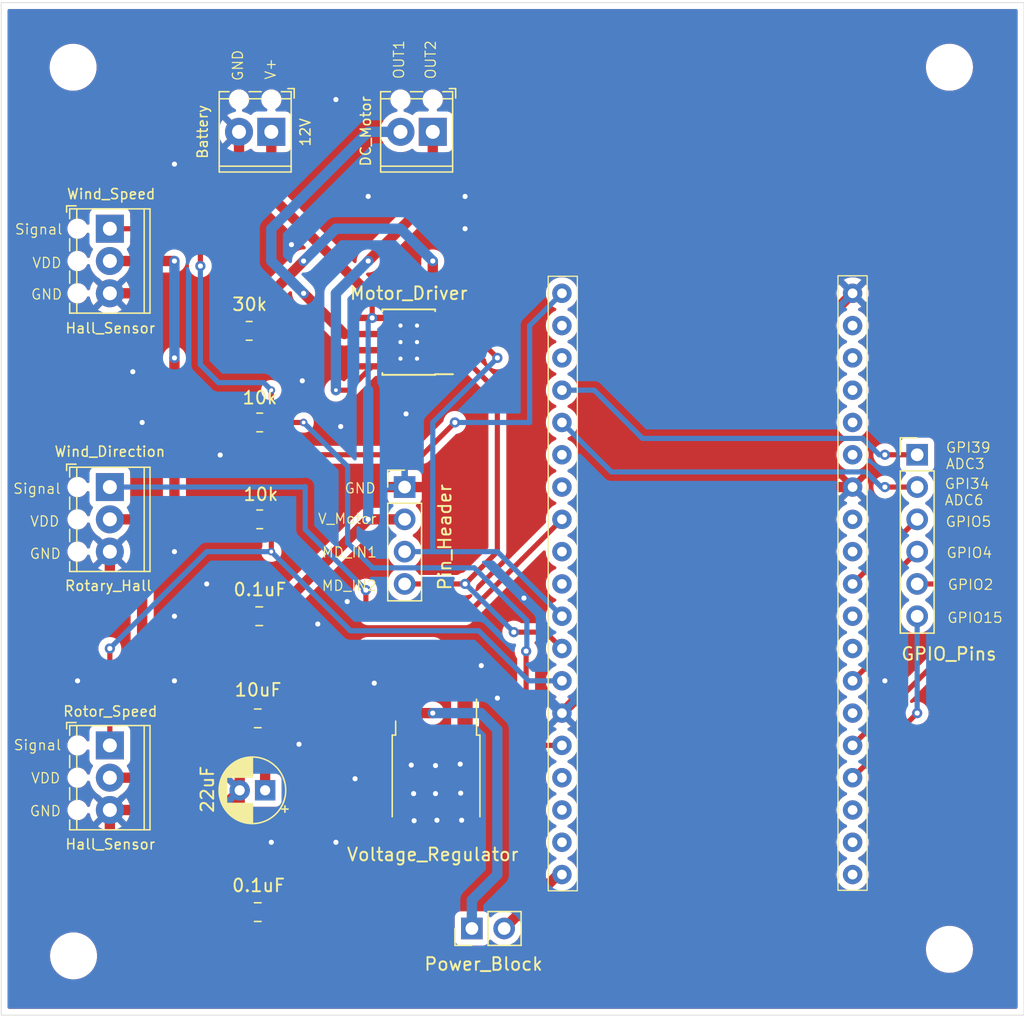
<source format=kicad_pcb>
(kicad_pcb (version 20221018) (generator pcbnew)
  (layers (0 "F.Cu" signal) (31 "B.Cu" signal) (34 "B.Paste" user) (35 "F.Paste" user) (36 "B.SilkS" user "B.Silkscreen") (37 "F.SilkS" user "F.Silkscreen") (38 "B.Mask" user) (39 "F.Mask" user) (44 "Edge.Cuts" user))
  (net 0 "")
  (net 1 "V_Motor")
  (net 2 "GND")
  (net 3 "V_POWER")
  (net 4 "VDD")
  (net 9 "ADC")
  (net 12 "MD_IN1")
  (net 13 "MD_IN2")
  (net 14 "GPIO12")
  (net 15 "GPIO13")
  (net 22 "GPI15")
  (net 23 "GPIO2")
  (net 25 "GPIO4")
  (net 28 "GPIO5")
  (net 34 "Net-(Motor_Driver1-ILIM)")
  (net 35 "/OUT1")
  (net 36 "/OUT2")
  (net 37 "GPI39{slash}ADC3")
  (net 38 "GPI34{slash}ADC6")
  (net 41 "V_POWER2")
  (footprint "TerminalBlock_Phoenix:TerminalBlock_Phoenix_MPT-0,5-3-2.54_1x03_P2.54mm_Horizontal" (layer "F.Cu") (at 99.06 68.58 -90)
    (fp_text reference "Wind_Speed" (at -2.727542 -0.103816) (layer "F.SilkS") (effects (font (size 0.8 0.8) (thickness 0.12) bold)))
    (fp_text value "A1103ELHL" hide)
    (pad "" np_thru_hole circle (at 0 2.54 270) (size 1.1 1.1) (drill 1.1) (layers "*.Cu" "*.Mask"))
    (pad "" np_thru_hole circle (at 2.54 2.54 270) (size 1.1 1.1) (drill 1.1) (layers "*.Cu" "*.Mask"))
    (pad "" np_thru_hole circle (at 5.08 2.54 270) (size 1.1 1.1) (drill 1.1) (layers "*.Cu" "*.Mask"))
    (pad "1" thru_hole rect (at 0 0 270) (size 2.2 2.2) (drill 1.1) (layers "*.Cu" "*.Mask") (net 15 "GPIO13"))
    (pad "2" thru_hole circle (at 2.54 0 270) (size 2.2 2.2) (drill 1.1) (layers "*.Cu" "*.Mask") (net 4 "VDD"))
    (pad "3" thru_hole circle (at 5.08 0 270) (size 2.2 2.2) (drill 1.1) (layers "*.Cu" "*.Mask") (net 2 "GND"))
  )
  (footprint "Resistor_SMD:R_0805_2012Metric" (layer "F.Cu") (at 110.01707 76.612801)
    (fp_text reference "30k" (at 0.043245 -2.080853 180) (layer "F.SilkS"))
    (fp_text value "30k" hide)
    (pad "1" smd roundrect (at -0.9125 0) (size 1.025 1.4) (layers "F.Cu" "F.Paste" "F.Mask") (roundrect_rratio 0.243902439) (net 2 "GND"))
    (pad "2" smd roundrect (at 0.9125 0) (size 1.025 1.4) (layers "F.Cu" "F.Paste" "F.Mask") (roundrect_rratio 0.243902439) (net 34 "Net-(Motor_Driver1-ILIM)"))
  )
  (footprint "TerminalBlock_Phoenix:TerminalBlock_Phoenix_MPT-0,5-2-2.54_1x02_P2.54mm_Horizontal" (layer "F.Cu") (at 111.76 60.96 180)
    (fp_text reference "12V" (at -2.678422 -0.034605 270) (layer "F.SilkS") (effects (font (size 0.8 0.8) (thickness 0.12) bold)))
    (fp_text value "12V" hide)
    (fp_text user "Battery" (at 5.405485 0 90) (layer "F.SilkS") (effects (font (size 0.8 0.8) (thickness 0.12) bold)))
    (pad "" np_thru_hole circle (at 0 2.54 180) (size 1.1 1.1) (drill 1.1) (layers "*.Cu" "*.Mask"))
    (pad "" np_thru_hole circle (at 2.54 2.54 180) (size 1.1 1.1) (drill 1.1) (layers "*.Cu" "*.Mask"))
    (pad "1" thru_hole rect (at 0 0 180) (size 2.2 2.2) (drill 1.1) (layers "*.Cu" "*.Mask") (net 1 "V_Motor"))
    (pad "2" thru_hole circle (at 2.54 0 180) (size 2.2 2.2) (drill 1.1) (layers "*.Cu" "*.Mask") (net 2 "GND"))
  )
  (footprint "Package_TO_SOT_SMD:TO-252-2" (layer "F.Cu") (at 124.72 111.72 -90)
    (fp_text reference "Voltage_Regulator" (at 6.081252 0.26 180) (layer "F.SilkS"))
    (fp_text value "KA78M05_TO252" hide)
    (pad "1" smd roundrect (at -5.04 -2.28 270) (size 2.2 1.2) (layers "F.Cu" "F.Paste" "F.Mask") (roundrect_rratio 0.2083333333) (net 1 "V_Motor"))
    (pad "2" smd roundrect (at -0.415 -1.525 270) (size 3.05 2.75) (layers "F.Cu" "F.Paste") (roundrect_rratio 0.09090909091) (net 2 "GND"))
    (pad "2" smd roundrect (at -0.415 1.525 270) (size 3.05 2.75) (layers "F.Cu" "F.Paste") (roundrect_rratio 0.09090909091) (net 2 "GND"))
    (pad "2" smd roundrect (at 1.26 0 270) (size 6.4 5.8) (layers "F.Cu" "F.Mask") (roundrect_rratio 0.04310293103) (net 2 "GND"))
    (pad "2" smd roundrect (at 2.935 -1.525 270) (size 3.05 2.75) (layers "F.Cu" "F.Paste") (roundrect_rratio 0.09090909091) (net 2 "GND"))
    (pad "2" smd roundrect (at 2.935 1.525 270) (size 3.05 2.75) (layers "F.Cu" "F.Paste") (roundrect_rratio 0.09090909091) (net 2 "GND"))
    (pad "3" smd roundrect (at -5.04 2.28 270) (size 2.2 1.2) (layers "F.Cu" "F.Paste" "F.Mask") (roundrect_rratio 0.2083333333) (net 3 "V_POWER"))
  )
  (footprint "Connector_PinHeader_2.54mm:PinHeader_1x06_P2.54mm_Vertical" (layer "F.Cu") (at 162.56 86.36)
    (fp_text reference "Pin_Header3" hide)
    (fp_text value "1x6 GPIO" hide)
    (fp_text user "GPIO_Pins" (at 2.502026 15.668648 180) (layer "F.SilkS"))
    (pad "1" thru_hole rect (at 0 0) (size 1.7 1.7) (drill 1) (layers "*.Cu" "*.Mask") (net 37 "GPI39{slash}ADC3"))
    (pad "2" thru_hole oval (at 0 2.54) (size 1.7 1.7) (drill 1) (layers "*.Cu" "*.Mask") (net 38 "GPI34{slash}ADC6"))
    (pad "3" thru_hole oval (at 0 5.08) (size 1.7 1.7) (drill 1) (layers "*.Cu" "*.Mask") (net 28 "GPIO5"))
    (pad "4" thru_hole oval (at 0 7.62) (size 1.7 1.7) (drill 1) (layers "*.Cu" "*.Mask") (net 25 "GPIO4"))
    (pad "5" thru_hole oval (at 0 10.16) (size 1.7 1.7) (drill 1) (layers "*.Cu" "*.Mask") (net 23 "GPIO2"))
    (pad "6" thru_hole oval (at 0 12.7) (size 1.7 1.7) (drill 1) (layers "*.Cu" "*.Mask") (net 22 "GPI15"))
  )
  (footprint "Capacitor_THT:CP_Radial_D5.0mm_P2.00mm" (layer "F.Cu") (at 111.27286 112.75176 180)
    (fp_text reference "Polarized_Cap(22uF)1" hide)
    (fp_text value "22uF" (at 4.541002 0.076216 270) (layer "F.SilkS"))
    (pad "1" thru_hole rect (at 0 0 180) (size 1.6 1.6) (drill 0.8) (layers "*.Cu" "*.Mask") (net 1 "V_Motor"))
    (pad "2" thru_hole circle (at 2 0 180) (size 1.6 1.6) (drill 0.8) (layers "*.Cu" "*.Mask") (net 2 "GND"))
  )
  (footprint "Resistor_SMD:R_0805_2012Metric" (layer "F.Cu") (at 110.8475 83.82)
    (fp_text reference "10k" (at 0.016595 -1.944426) (layer "F.SilkS"))
    (fp_text value "10k" hide)
    (pad "1" smd roundrect (at -0.9125 0) (size 1.025 1.4) (layers "F.Cu" "F.Paste" "F.Mask") (roundrect_rratio 0.243902439) (net 4 "VDD"))
    (pad "2" smd roundrect (at 0.9125 0) (size 1.025 1.4) (layers "F.Cu" "F.Paste" "F.Mask") (roundrect_rratio 0.243902439) (net 15 "GPIO13"))
  )
  (footprint "Capacitor_SMD:C_0805_2012Metric" (layer "F.Cu") (at 110.81 99.06)
    (fp_text reference "0.1uF" (at 0.054095 -2.095285) (layer "F.SilkS"))
    (fp_text value "0.1uF" hide)
    (pad "1" smd roundrect (at -0.95 0) (size 1 1.45) (layers "F.Cu" "F.Paste" "F.Mask") (net 2 "GND"))
    (pad "2" smd roundrect (at 0.95 0) (size 1 1.45) (layers "F.Cu" "F.Paste" "F.Mask") (net 1 "V_Motor"))
  )
  (footprint "Connector_PinHeader_2.54mm:PinHeader_1x04_P2.54mm_Vertical" (layer "F.Cu") (at 122.246356 88.9)
    (fp_text reference "Pin_Header" (at 3.15777 3.94095 90) (layer "F.SilkS"))
    (fp_text value "1x4 Motor_Driver" hide)
    (pad "1" thru_hole rect (at 0 0) (size 1.7 1.7) (drill 1) (layers "*.Cu" "*.Mask") (net 2 "GND"))
    (pad "2" thru_hole oval (at 0 2.54) (size 1.7 1.7) (drill 1) (layers "*.Cu" "*.Mask") (net 1 "V_Motor"))
    (pad "3" thru_hole oval (at 0 5.08) (size 1.7 1.7) (drill 1) (layers "*.Cu" "*.Mask") (net 12 "MD_IN1"))
    (pad "4" thru_hole oval (at 0 7.62) (size 1.7 1.7) (drill 1) (layers "*.Cu" "*.Mask") (net 13 "MD_IN2"))
  )
  (footprint "Capacitor_SMD:C_0805_2012Metric" (layer "F.Cu") (at 110.69457 107.092801)
    (fp_text reference "10uF" (at 0.023383 -2.236429) (layer "F.SilkS"))
    (fp_text value "10uF" hide)
    (pad "1" smd roundrect (at -0.95 0) (size 1 1.45) (layers "F.Cu" "F.Paste" "F.Mask") (net 2 "GND"))
    (pad "2" smd roundrect (at 0.95 0) (size 1 1.45) (layers "F.Cu" "F.Paste" "F.Mask") (net 1 "V_Motor"))
  )
  (footprint "Connector_PinHeader_2.54mm:PinHeader_1x02_P2.54mm_Vertical" (layer "F.Cu") (at 127.535261 123.621203 90)
    (fp_text reference "Pin_Header2" hide)
    (fp_text value "Power_Block" (at -2.798747 0.914011 180) (layer "F.SilkS"))
    (pad "1" thru_hole rect (at 0 0 90) (size 1.7 1.7) (drill 1) (layers "*.Cu" "*.Mask") (net 3 "V_POWER"))
    (pad "2" thru_hole oval (at 0 2.54 90) (size 1.7 1.7) (drill 1) (layers "*.Cu" "*.Mask") (net 41 "V_POWER2"))
  )
  (footprint "Capacitor_SMD:C_0805_2012Metric" (layer "F.Cu") (at 110.69457 122.332801)
    (fp_text reference "0.1uF" (at 0.059918 -2.095005) (layer "F.SilkS"))
    (fp_text value "0.1uF" hide)
    (pad "1" smd roundrect (at -0.95 0) (size 1 1.45) (layers "F.Cu" "F.Paste" "F.Mask") (net 2 "GND"))
    (pad "2" smd roundrect (at 0.95 0) (size 1 1.45) (layers "F.Cu" "F.Paste" "F.Mask") (net 3 "V_POWER"))
  )
  (footprint "MountingHole:MountingHole_3.2mm_M3" (layer "F.Cu") (at 165.1 55.88)
    (fp_text reference "H3" hide)
    (fp_text value "MountingHole" hide)
    (pad "" np_thru_hole circle (at 0 0) (size 3.2 3.2) (drill 3.2) (layers "*.Cu" "*.Mask"))
  )
  (footprint "MountingHole:MountingHole_3.2mm_M3" (layer "F.Cu") (at 96.170998 55.88)
    (fp_text reference "H4" hide)
    (fp_text value "MountingHole" hide)
    (pad "" np_thru_hole circle (at 0 0) (size 3.2 3.2) (drill 3.2) (layers "*.Cu" "*.Mask"))
  )
  (footprint "TerminalBlock_Phoenix:TerminalBlock_Phoenix_MPT-0,5-3-2.54_1x03_P2.54mm_Horizontal" (layer "F.Cu") (at 99.06 109.22 -90)
    (fp_text reference "Rotor_Speed" (at -2.671406 -0.034605 180) (layer "F.SilkS") (effects (font (size 0.8 0.8) (thickness 0.12) bold)))
    (fp_text value "A1103ELHL" hide)
    (pad "" np_thru_hole circle (at 0 2.54 270) (size 1.1 1.1) (drill 1.1) (layers "*.Cu" "*.Mask"))
    (pad "" np_thru_hole circle (at 2.54 2.54 270) (size 1.1 1.1) (drill 1.1) (layers "*.Cu" "*.Mask"))
    (pad "" np_thru_hole circle (at 5.08 2.54 270) (size 1.1 1.1) (drill 1.1) (layers "*.Cu" "*.Mask"))
    (pad "1" thru_hole rect (at 0 0 270) (size 2.2 2.2) (drill 1.1) (layers "*.Cu" "*.Mask") (net 14 "GPIO12"))
    (pad "2" thru_hole circle (at 2.54 0 270) (size 2.2 2.2) (drill 1.1) (layers "*.Cu" "*.Mask") (net 4 "VDD"))
    (pad "3" thru_hole circle (at 5.08 0 270) (size 2.2 2.2) (drill 1.1) (layers "*.Cu" "*.Mask") (net 2 "GND"))
  )
  (footprint "TerminalBlock_Phoenix:TerminalBlock_Phoenix_MPT-0,5-3-2.54_1x03_P2.54mm_Horizontal" (layer "F.Cu") (at 99.06 88.9 -90)
    (fp_text reference "Wind_Direction" (at -2.789256 0) (layer "F.SilkS") (effects (font (size 0.8 0.8) (thickness 0.12) bold)))
    (fp_text value "MA3A10250N" hide)
    (fp_text user "Rotary_Hall" (at 7.765439 0.117611) (layer "F.SilkS") (effects (font (size 0.8 0.8) (thickness 0.12) bold)))
    (fp_text user "Hall_Sensor" (at 28.099473 -0.034605) (layer "F.SilkS") (effects (font (size 0.8 0.8) (thickness 0.12) bold)))
    (fp_text user "Hall_Sensor" (at -12.492847 -0.034605) (layer "F.SilkS") (effects (font (size 0.8 0.8) (thickness 0.12) bold)))
    (pad "" np_thru_hole circle (at 0 2.54 270) (size 1.1 1.1) (drill 1.1) (layers "*.Cu" "*.Mask"))
    (pad "" np_thru_hole circle (at 2.54 2.54 270) (size 1.1 1.1) (drill 1.1) (layers "*.Cu" "*.Mask"))
    (pad "" np_thru_hole circle (at 5.08 2.54 270) (size 1.1 1.1) (drill 1.1) (layers "*.Cu" "*.Mask"))
    (pad "1" thru_hole rect (at 0 0 270) (size 2.2 2.2) (drill 1.1) (layers "*.Cu" "*.Mask") (net 9 "ADC"))
    (pad "2" thru_hole circle (at 2.54 0 270) (size 2.2 2.2) (drill 1.1) (layers "*.Cu" "*.Mask") (net 4 "VDD"))
    (pad "3" thru_hole circle (at 5.08 0 270) (size 2.2 2.2) (drill 1.1) (layers "*.Cu" "*.Mask") (net 2 "GND"))
  )
  (footprint "Package_SO:Texas_HTSOP-8-1EP_3.9x4.9mm_P1.27mm_EP2.95x4.9mm_Mask2.4x3.1mm_ThermalVias" (layer "F.Cu") (at 122.57 77.5 180)
    (fp_text reference "Motor_Driver" (at 0 3.84) (layer "F.SilkS"))
    (fp_text value "DRV8871" hide)
    (pad "1" smd rect (at -2.875 -1.905 180) (size 2.2 0.5) (layers "F.Cu" "F.Paste" "F.Mask") (net 2 "GND"))
    (pad "2" smd rect (at -2.875 -0.635 180) (size 2.2 0.5) (layers "F.Cu" "F.Paste" "F.Mask") (net 13 "MD_IN2"))
    (pad "3" smd rect (at -2.875 0.635 180) (size 2.2 0.5) (layers "F.Cu" "F.Paste" "F.Mask") (net 12 "MD_IN1"))
    (pad "4" smd rect (at -2.875 1.905 180) (size 2.2 0.5) (layers "F.Cu" "F.Paste" "F.Mask") (net 34 "Net-(Motor_Driver1-ILIM)"))
    (pad "5" smd rect (at 2.875 1.905 180) (size 2.2 0.5) (layers "F.Cu" "F.Paste" "F.Mask") (net 1 "V_Motor"))
    (pad "6" smd rect (at 2.875 0.635 180) (size 2.2 0.5) (layers "F.Cu" "F.Paste" "F.Mask") (net 35 "/OUT1"))
    (pad "7" smd rect (at 2.875 -0.635 180) (size 2.2 0.5) (layers "F.Cu" "F.Paste" "F.Mask") (net 2 "GND"))
    (pad "8" smd rect (at 2.875 -1.905 180) (size 2.2 0.5) (layers "F.Cu" "F.Paste" "F.Mask") (net 36 "/OUT2"))
    (pad "9" thru_hole circle (at -0.65 -1.3 180) (size 0.63 0.63) (drill 0.33) (layers "*.Cu" "*.Mask") (net 2 "GND"))
    (pad "9" thru_hole circle (at -0.65 0 180) (size 0.63 0.63) (drill 0.33) (layers "*.Cu" "*.Mask") (net 2 "GND"))
    (pad "9" thru_hole circle (at -0.65 1.3 180) (size 0.63 0.63) (drill 0.33) (layers "*.Cu" "*.Mask") (net 2 "GND"))
    (pad "9" smd rect (at 0 0 180) (size 2.6 3.3) (layers "B.Cu") (net 2 "GND"))
    (pad "9" smd rect (at 0 0 180) (size 2.95 4.9) (layers "F.Cu") (net 2 "GND"))
    (pad "9" thru_hole circle (at 0.65 -1.3 180) (size 0.63 0.63) (drill 0.33) (layers "*.Cu" "*.Mask") (net 2 "GND"))
    (pad "9" thru_hole circle (at 0.65 0 180) (size 0.63 0.63) (drill 0.33) (layers "*.Cu" "*.Mask") (net 2 "GND"))
    (pad "9" thru_hole circle (at 0.65 1.3 180) (size 0.63 0.63) (drill 0.33) (layers "*.Cu" "*.Mask") (net 2 "GND"))
  )
  (footprint "Resistor_SMD:R_0805_2012Metric" (layer "F.Cu") (at 110.8475 91.44)
    (fp_text reference "10k" (at 0.089666 -1.965053) (layer "F.SilkS"))
    (fp_text value "10k" hide)
    (pad "1" smd roundrect (at -0.9125 0) (size 1.025 1.4) (layers "F.Cu" "F.Paste" "F.Mask") (roundrect_rratio 0.243902439) (net 4 "VDD"))
    (pad "2" smd roundrect (at 0.9125 0) (size 1.025 1.4) (layers "F.Cu" "F.Paste" "F.Mask") (roundrect_rratio 0.243902439) (net 14 "GPIO12"))
  )
  (footprint "MountingHole:MountingHole_3.2mm_M3" (layer "F.Cu") (at 96.204721 125.77384)
    (fp_text reference "H2" hide)
    (fp_text value "MountingHole" hide)
    (pad "" np_thru_hole circle (at 0 0) (size 3.2 3.2) (drill 3.2) (layers "*.Cu" "*.Mask"))
  )
  (footprint "ME507A:ESP32_NodeMCU_KeeYees" (layer "F.Cu") (at 146.05 93.98)
    (fp_text reference "ESP1" hide)
    (fp_text value "~")
    (pad "1" thru_hole circle (at -11.43 -20.32) (size 1.524 1.524) (drill 0.762) (layers "*.Cu" "*.Mask") (net 4 "VDD"))
    (pad "2" thru_hole circle (at -11.43 -17.78) (size 1.524 1.524) (drill 0.762) (layers "*.Cu" "*.Mask"))
    (pad "3" thru_hole circle (at -11.43 -15.24) (size 1.524 1.524) (drill 0.762) (layers "*.Cu" "*.Mask"))
    (pad "4" thru_hole circle (at -11.43 -12.7) (size 1.524 1.524) (drill 0.762) (layers "*.Cu" "*.Mask") (net 37 "GPI39{slash}ADC3"))
    (pad "5" thru_hole circle (at -11.43 -10.16) (size 1.524 1.524) (drill 0.762) (layers "*.Cu" "*.Mask") (net 38 "GPI34{slash}ADC6"))
    (pad "6" thru_hole circle (at -11.43 -7.62) (size 1.524 1.524) (drill 0.762) (layers "*.Cu" "*.Mask"))
    (pad "7" thru_hole circle (at -11.43 -5.08) (size 1.524 1.524) (drill 0.762) (layers "*.Cu" "*.Mask"))
    (pad "8" thru_hole circle (at -11.43 -2.54) (size 1.524 1.524) (drill 0.762) (layers "*.Cu" "*.Mask") (net 9 "ADC"))
    (pad "9" thru_hole circle (at -11.43 0) (size 1.524 1.524) (drill 0.762) (layers "*.Cu" "*.Mask"))
    (pad "10" thru_hole circle (at -11.43 2.54) (size 1.524 1.524) (drill 0.762) (layers "*.Cu" "*.Mask"))
    (pad "11" thru_hole circle (at -11.43 5.08) (size 1.524 1.524) (drill 0.762) (layers "*.Cu" "*.Mask") (net 12 "MD_IN1"))
    (pad "12" thru_hole circle (at -11.43 7.62) (size 1.524 1.524) (drill 0.762) (layers "*.Cu" "*.Mask") (net 13 "MD_IN2"))
    (pad "13" thru_hole circle (at -11.43 10.16) (size 1.524 1.524) (drill 0.762) (layers "*.Cu" "*.Mask") (net 14 "GPIO12"))
    (pad "14" thru_hole circle (at -11.43 12.7) (size 1.524 1.524) (drill 0.762) (layers "*.Cu" "*.Mask") (net 2 "GND"))
    (pad "15" thru_hole circle (at -11.43 15.24) (size 1.524 1.524) (drill 0.762) (layers "*.Cu" "*.Mask") (net 15 "GPIO13"))
    (pad "16" thru_hole circle (at -11.43 17.78) (size 1.524 1.524) (drill 0.762) (layers "*.Cu" "*.Mask"))
    (pad "17" thru_hole circle (at -11.43 20.32) (size 1.524 1.524) (drill 0.762) (layers "*.Cu" "*.Mask"))
    (pad "18" thru_hole circle (at -11.43 22.86) (size 1.524 1.524) (drill 0.762) (layers "*.Cu" "*.Mask"))
    (pad "19" thru_hole circle (at -11.43 25.4) (size 1.524 1.524) (drill 0.762) (layers "*.Cu" "*.Mask") (net 41 "V_POWER2"))
    (pad "20" thru_hole circle (at 11.43 25.4) (size 1.524 1.524) (drill 0.762) (layers "*.Cu" "*.Mask"))
    (pad "21" thru_hole circle (at 11.43 22.86) (size 1.524 1.524) (drill 0.762) (layers "*.Cu" "*.Mask"))
    (pad "22" thru_hole circle (at 11.43 20.32) (size 1.524 1.524) (drill 0.762) (layers "*.Cu" "*.Mask"))
    (pad "23" thru_hole circle (at 11.43 17.78) (size 1.524 1.524) (drill 0.762) (layers "*.Cu" "*.Mask") (net 22 "GPI15"))
    (pad "24" thru_hole circle (at 11.43 15.24) (size 1.524 1.524) (drill 0.762) (layers "*.Cu" "*.Mask") (net 23 "GPIO2"))
    (pad "25" thru_hole circle (at 11.43 12.7) (size 1.524 1.524) (drill 0.762) (layers "*.Cu" "*.Mask"))
    (pad "26" thru_hole circle (at 11.43 10.16) (size 1.524 1.524) (drill 0.762) (layers "*.Cu" "*.Mask") (net 25 "GPIO4"))
    (pad "27" thru_hole circle (at 11.43 7.62) (size 1.524 1.524) (drill 0.762) (layers "*.Cu" "*.Mask"))
    (pad "28" thru_hole circle (at 11.43 5.08) (size 1.524 1.524) (drill 0.762) (layers "*.Cu" "*.Mask"))
    (pad "29" thru_hole circle (at 11.43 2.54) (size 1.524 1.524) (drill 0.762) (layers "*.Cu" "*.Mask") (net 28 "GPIO5"))
    (pad "30" thru_hole circle (at 11.43 0) (size 1.524 1.524) (drill 0.762) (layers "*.Cu" "*.Mask"))
    (pad "31" thru_hole circle (at 11.43 -2.54) (size 1.524 1.524) (drill 0.762) (layers "*.Cu" "*.Mask"))
    (pad "32" thru_hole circle (at 11.43 -5.08) (size 1.524 1.524) (drill 0.762) (layers "*.Cu" "*.Mask") (net 2 "GND"))
    (pad "33" thru_hole circle (at 11.43 -7.62) (size 1.524 1.524) (drill 0.762) (layers "*.Cu" "*.Mask"))
    (pad "34" thru_hole circle (at 11.43 -10.16) (size 1.524 1.524) (drill 0.762) (layers "*.Cu" "*.Mask"))
    (pad "35" thru_hole circle (at 11.43 -12.7) (size 1.524 1.524) (drill 0.762) (layers "*.Cu" "*.Mask"))
    (pad "36" thru_hole circle (at 11.43 -15.24) (size 1.524 1.524) (drill 0.762) (layers "*.Cu" "*.Mask"))
    (pad "37" thru_hole circle (at 11.43 -17.78) (size 1.524 1.524) (drill 0.762) (layers "*.Cu" "*.Mask"))
    (pad "38" thru_hole circle (at 11.43 -20.32) (size 1.524 1.524) (drill 0.762) (layers "*.Cu" "*.Mask") (net 2 "GND"))
  )
  (footprint "TerminalBlock_Phoenix:TerminalBlock_Phoenix_MPT-0,5-2-2.54_1x02_P2.54mm_Horizontal" (layer "F.Cu") (at 124.46 60.96 180)
    (fp_text reference "DC_Motor" (at 5.27384 0.0484 90) (layer "F.SilkS") (effects (font (size 0.8 0.8) (thickness 0.12) bold)))
    (fp_text value "DC" hide)
    (pad "" np_thru_hole circle (at 0 2.54 180) (size 1.1 1.1) (drill 1.1) (layers "*.Cu" "*.Mask"))
    (pad "" np_thru_hole circle (at 2.54 2.54 180) (size 1.1 1.1) (drill 1.1) (layers "*.Cu" "*.Mask"))
    (pad "1" thru_hole rect (at 0 0 180) (size 2.2 2.2) (drill 1.1) (layers "*.Cu" "*.Mask") (net 36 "/OUT2"))
    (pad "2" thru_hole circle (at 2.54 0 180) (size 2.2 2.2) (drill 1.1) (layers "*.Cu" "*.Mask") (net 35 "/OUT1"))
  )
  (footprint "MountingHole:MountingHole_3.2mm_M3" (layer "F.Cu") (at 165.1 125.260548)
    (fp_text reference "H1" hide)
    (fp_text value "MountingHole" hide)
    (pad "" np_thru_hole circle (at 0 0) (size 3.2 3.2) (drill 3.2) (layers "*.Cu" "*.Mask"))
  )
  (gr_rect (start 90.51522 50.8) (end 170.960141 130.43809) (stroke (width 0.05)) (fill none) (layer "Edge.Cuts"))
  (gr_text "VDD" (at 92.90453 71.737191) (layer "F.SilkS") (effects (font (size 0.8 0.8) (thickness 0.09375)) (justify left bottom)))
  (gr_text "GND" (at 109.593644 57.014966 90) (layer "F.SilkS") (effects (font (size 0.8 0.8) (thickness 0.09375)) (justify left bottom)))
  (gr_text "GND" (at 92.708991 114.851859) (layer "F.SilkS") (effects (font (size 0.8 0.8) (thickness 0.09375)) (justify left bottom)))
  (gr_text "GPIO4\n" (at 164.810827 94.541015) (layer "F.SilkS") (effects (font (size 0.8 0.8) (thickness 0.09375)) (justify left bottom)))
  (gr_text "Signal" (at 91.44 109.663095) (layer "F.SilkS") (effects (font (size 0.8 0.8) (thickness 0.09375)) (justify left bottom)))
  (gr_text "GND" (at 117.471468 89.464423) (layer "F.SilkS") (effects (font (size 0.8 0.8) (thickness 0.09375)) (justify left bottom)))
  (gr_text "GND" (at 92.702937 94.611316) (layer "F.SilkS") (effects (font (size 0.8 0.8) (thickness 0.09375)) (justify left bottom)))
  (gr_text "GPIO5\n\n" (at 164.746566 93.384323) (layer "F.SilkS") (effects (font (size 0.8 0.8) (thickness 0.09375)) (justify left bottom)))
  (gr_text "GPI34\nADC6" (at 164.671595 90.399415) (layer "F.SilkS") (effects (font (size 0.8 0.8) (thickness 0.09375)) (justify left bottom)))
  (gr_text "OUT2\n\n" (at 126.048532 56.876164 90) (layer "F.SilkS") (effects (font (size 0.8 0.8) (thickness 0.09375)) (justify left bottom)))
  (gr_text "Signal" (at 91.535752 69.097403) (layer "F.SilkS") (effects (font (size 0.8 0.8) (thickness 0.09375)) (justify left bottom)))
  (gr_text "GND" (at 92.80676 74.214029) (layer "F.SilkS") (effects (font (size 0.8 0.8) (thickness 0.09375)) (justify left bottom)))
  (gr_text "VDD" (at 92.735527 92.069298) (layer "F.SilkS") (effects (font (size 0.8 0.8) (thickness 0.09375)) (justify left bottom)))
  (gr_text "GPI39\nADC3" (at 164.765066 87.547118) (layer "F.SilkS") (effects (font (size 0.8 0.8) (thickness 0.09375)) (justify left bottom)))
  (gr_text "OUT1\n" (at 122.266055 56.862749 90) (layer "F.SilkS") (effects (font (size 0.8 0.8) (thickness 0.09375)) (justify left bottom)))
  (gr_text "MD_IN2\n" (at 115.671985 97.128346) (layer "F.SilkS") (effects (font (size 0.8 0.8) (thickness 0.09375)) (justify left bottom)))
  (gr_text "VDD" (at 92.80676 112.260956) (layer "F.SilkS") (effects (font (size 0.8 0.8) (thickness 0.09375)) (justify left bottom)))
  (gr_text "GPIO15\n" (at 164.875087 99.649738) (layer "F.SilkS") (effects (font (size 0.8 0.8) (thickness 0.09375)) (justify left bottom)))
  (gr_text "MD_IN1\n" (at 115.693297 94.501439) (layer "F.SilkS") (effects (font (size 0.8 0.8) (thickness 0.09375)) (justify left bottom)))
  (gr_text "Signal" (at 91.399338 89.49469) (layer "F.SilkS") (effects (font (size 0.8 0.8) (thickness 0.09375)) (justify left bottom)))
  (gr_text "GPIO2\n" (at 164.907218 97.047181) (layer "F.SilkS") (effects (font (size 0.8 0.8) (thickness 0.09375)) (justify left bottom)))
  (gr_text "V_Motor\n" (at 115.369415 91.859786) (layer "F.SilkS") (effects (font (size 0.8 0.8) (thickness 0.09375)) (justify left bottom)))
  (gr_text "V+" (at 112.165204 56.908754 90) (layer "F.SilkS") (effects (font (size 0.8 0.8) (thickness 0.09375)) (justify left bottom)))
  (segment (start 111.76 66.04) (end 119.695 73.975) (width 0.8128) (layer "F.Cu") (net 1))
  (segment (start 119.38 101.6) (end 124.46 101.6) (width 0.8128) (layer "F.Cu") (net 1))
  (segment (start 111.64457 112.38005) (end 111.27286 112.75176) (width 0.8128) (layer "F.Cu") (net 1))
  (segment (start 111.27286 112.75176) (end 111.27286 107.464511) (width 0.8128) (layer "F.Cu") (net 1))
  (segment (start 113.887199 107.092801) (end 119.38 101.6) (width 0.8128) (layer "F.Cu") (net 1))
  (segment (start 119.38 91.44) (end 122.246356 91.44) (width 0.8128) (layer "F.Cu") (net 1))
  (segment (start 111.76 99.06) (end 111.76 106.977371) (width 0.8128) (layer "F.Cu") (net 1))
  (segment (start 124.46 101.6) (end 127 104.14) (width 0.8128) (layer "F.Cu") (net 1))
  (segment (start 119.695 75.595) (end 119.695 73.975) (width 0.4064) (layer "F.Cu") (net 1))
  (segment (start 111.76 60.96) (end 111.76 66.04) (width 0.8128) (layer "F.Cu") (net 1))
  (segment (start 127 104.14) (end 127 106.68) (width 0.8128) (layer "F.Cu") (net 1))
  (segment (start 111.76 106.977371) (end 111.64457 107.092801) (width 0.8128) (layer "F.Cu") (net 1))
  (segment (start 111.27286 107.464511) (end 111.64457 107.092801) (width 0.8128) (layer "F.Cu") (net 1))
  (segment (start 111.64457 107.092801) (end 113.887199 107.092801) (width 0.8128) (layer "F.Cu") (net 1))
  (segment (start 111.76 99.06) (end 119.38 91.44) (width 0.8128) (layer "F.Cu") (net 1))
  (via (at 119.38 91.44) (size 0.8) (drill 0.4) (layers "F.Cu" "B.Cu") (net 1))
  (via (at 119.695 75.595) (size 0.8) (drill 0.4) (layers "F.Cu" "B.Cu") (net 1))
  (segment (start 119.695 75.595) (end 119.38 75.91) (width 0.4064) (layer "B.Cu") (net 1))
  (segment (start 119.38 75.91) (end 119.38 81.28) (width 0.4064) (layer "B.Cu") (net 1))
  (segment (start 119.38 91.44) (end 119.38 81.28) (width 0.8128) (layer "B.Cu") (net 1))
  (segment (start 157.48 88.9) (end 152.4 88.9) (width 0.8128) (layer "F.Cu") (net 2))
  (segment (start 129.54 107.226384) (end 126.619012 110.147372) (width 0.8128) (layer "F.Cu") (net 2))
  (segment (start 109.10457 76.612801) (end 109.10457 78.62457) (width 0.8128) (layer "F.Cu") (net 2))
  (segment (start 109.27286 112.75176) (end 109.27286 116.36829) (width 0.8128) (layer "F.Cu") (net 2))
  (segment (start 121.285 78.135) (end 121.92 77.5) (width 0.4064) (layer "F.Cu") (net 2))
  (segment (start 128.216692 82.176692) (end 125.445 79.405) (width 0.4064) (layer "F.Cu") (net 2))
  (segment (start 109.86 99.06) (end 109.86 95.88) (width 0.8128) (layer "F.Cu") (net 2))
  (segment (start 99.06 114.3) (end 107.72462 114.3) (width 0.8128) (layer "F.Cu") (net 2))
  (segment (start 109.22 78.74) (end 114.3 78.74) (width 0.8128) (layer "F.Cu") (net 2))
  (segment (start 119.38 88.9) (end 122.246356 88.9) (width 0.8128) (layer "F.Cu") (net 2))
  (segment (start 109.74457 107.092801) (end 109.74457 99.17543) (width 0.8128) (layer "F.Cu") (net 2))
  (segment (start 109.74457 122.332801) (end 109.74457 116.84) (width 0.8128) (layer "F.Cu") (net 2))
  (segment (start 116.84 116.84) (end 121.295593 116.84) (width 0.8128) (layer "F.Cu") (net 2))
  (segment (start 93.98 101.6) (end 96.52 99.06) (width 0.8128) (layer "F.Cu") (net 2))
  (segment (start 114.905 78.135) (end 119.695 78.135) (width 0.4064) (layer "F.Cu") (net 2))
  (segment (start 123.825 79.405) (end 123.22 78.8) (width 0.4064) (layer "F.Cu") (net 2))
  (segment (start 109.27286 112.75176) (end 109.27286 107.564511) (width 0.8128) (layer "F.Cu") (net 2))
  (segment (start 107.72462 114.3) (end 109.27286 112.75176) (width 0.8128) (layer "F.Cu") (net 2))
  (segment (start 109.22 76.497371) (end 109.10457 76.612801) (width 0.8128) (layer "F.Cu") (net 2))
  (segment (start 109.74457 99.17543) (end 109.86 99.06) (width 0.8128) (layer "F.Cu") (net 2))
  (segment (start 109.74457 116.84) (end 111.76 116.84) (width 0.8128) (layer "F.Cu") (net 2))
  (segment (start 154.0764 87.2236) (end 154.0764 77.0636) (width 0.8128) (layer "F.Cu") (net 2))
  (segment (start 99.06 99.06) (end 99.06 93.98) (width 0.8128) (layer "F.Cu") (net 2))
  (segment (start 152.4 88.9) (end 154.0764 87.2236) (width 0.8128) (layer "F.Cu") (net 2))
  (segment (start 104.14 73.66) (end 99.06 73.66) (width 0.8128) (layer "F.Cu") (net 2))
  (segment (start 119.695 78.135) (end 121.285 78.135) (width 0.4064) (layer "F.Cu") (net 2))
  (segment (start 99.06 114.3) (end 99.06 119.38) (width 0.8128) (layer "F.Cu") (net 2))
  (segment (start 129.54 105.502053) (end 129.54 107.226384) (width 0.8128) (layer "F.Cu") (net 2))
  (segment (start 121.295593 116.84) (end 122.991101 115.144492) (width 0.8128) (layer "F.Cu") (net 2))
  (segment (start 127 86.36) (end 124.46 88.9) (width 0.8128) (layer "F.Cu") (net 2))
  (segment (start 107.092801 76.612801) (end 104.14 73.66) (width 0.8128) (layer "F.Cu") (net 2))
  (segment (start 109.10457 78.62457) (end 109.22 78.74) (width 0.8128) (layer "F.Cu") (net 2))
  (segment (start 154.0764 77.0636) (end 157.48 73.66) (width 0.8128) (layer "F.Cu") (net 2))
  (segment (start 126.619012 110.147372) (end 126.619012 110.693756) (width 0.8128) (layer "F.Cu") (net 2))
  (segment (start 127 86.36) (end 128.216692 85.143308) (width 0.8128) (layer "F.Cu") (net 2))
  (segment (start 93.98 119.38) (end 93.98 101.6) (width 0.8128) (layer "F.Cu") (net 2))
  (segment (start 112.4 95.88) (end 119.38 88.9) (width 0.8128) (layer "F.Cu") (net 2))
  (segment (start 99.06 119.38) (end 93.98 119.38) (width 0.8128) (layer "F.Cu") (net 2))
  (segment (start 109.10457 76.612801) (end 107.092801 76.612801) (width 0.8128) (layer "F.Cu") (net 2))
  (segment (start 109.27286 107.564511) (end 109.74457 107.092801) (width 0.8128) (layer "F.Cu") (net 2))
  (segment (start 109.22 60.96) (end 109.22 76.497371) (width 0.8128) (layer "F.Cu") (net 2))
  (segment (start 109.27286 116.36829) (end 109.74457 116.84) (width 0.8128) (layer "F.Cu") (net 2))
  (segment (start 152.4 88.9) (end 134.62 106.68) (width 0.8128) (layer "F.Cu") (net 2))
  (segment (start 96.52 99.06) (end 99.06 99.06) (width 0.8128) (layer "F.Cu") (net 2))
  (segment (start 109.86 95.88) (end 112.4 95.88) (width 0.8128) (layer "F.Cu") (net 2))
  (segment (start 125.445 79.405) (end 123.825 79.405) (width 0.4064) (layer "F.Cu") (net 2))
  (segment (start 128.216692 85.143308) (end 128.216692 82.176692) (width 0.8128) (layer "F.Cu") (net 2))
  (segment (start 114.3 78.74) (end 114.905 78.135) (width 0.8128) (layer "F.Cu") (net 2))
  (segment (start 124.46 88.9) (end 122.246356 88.9) (width 0.8128) (layer "F.Cu") (net 2))
  (via (at 107.7403 86.380444) (size 0.8) (drill 0.4) (layers "F.Cu" "B.Cu") (net 2))
  (via (at 114.196794 80.541002) (size 0.8) (drill 0.4) (layers "F.Cu" "B.Cu") (net 2))
  (via (at 126.656413 112.975226) (size 0.8) (drill 0.4) (layers "F.Cu" "B.Cu") (net 2))
  (via (at 127 66.04) (size 0.8) (drill 0.4) (layers "F.Cu" "B.Cu") (net 2))
  (via (at 122.357898 83.143559) (size 0.8) (drill 0.4) (layers "F.Cu" "B.Cu") (net 2))
  (via (at 100.864409 79.825856) (size 0.8) (drill 0.4) (layers "F.Cu" "B.Cu") (net 2))
  (via (at 104.14 63.5) (size 0.8) (drill 0.4) (layers "F.Cu" "B.Cu") (net 2))
  (via (at 127 68.58) (size 0.8) (drill 0.4) (layers "F.Cu" "B.Cu") (net 2))
  (via (at 129.54 105.502053) (size 0.8) (drill 0.4) (layers "F.Cu" "B.Cu") (net 2))
  (via (at 119.856843 104.325967) (size 0.8) (drill 0.4) (layers "F.Cu" "B.Cu") (net 2))
  (via (at 113.938047 109.128719) (size 0.8) (drill 0.4) (layers "F.Cu" "B.Cu") (net 2))
  (via (at 119.38 66.04) (size 0.8) (drill 0.4) (layers "F.Cu" "B.Cu") (net 2))
  (via (at 128.27499 102.944362) (size 0.8) (drill 0.4) (layers "F.Cu" "B.Cu") (net 2))
  (via (at 117.217045 84.139599) (size 0.8) (drill 0.4) (layers "F.Cu" "B.Cu") (net 2))
  (via (at 124.674152 113.012627) (size 0.8) (drill 0.4) (layers "F.Cu" "B.Cu") (net 2))
  (via (at 96.52 104.14) (size 0.8) (drill 0.4) (layers "F.Cu" "B.Cu") (net 2))
  (via (at 131.630175 97.633851) (size 0.8) (drill 0.4) (layers "F.Cu" "B.Cu") (net 2))
  (via (at 124.674152 110.805959) (size 0.8) (drill 0.4) (layers "F.Cu" "B.Cu") (net 2))
  (via (at 122.991101 115.144492) (size 0.8) (drill 0.4) (layers "F.Cu" "B.Cu") (net 2))
  (via (at 104.14 104.14) (size 0.8) (drill 0.4) (layers "F.Cu" "B.Cu") (net 2))
  (via (at 160.02 104.14) (size 0.8) (drill 0.4) (layers "F.Cu" "B.Cu") (net 2))
  (via (at 116.84 58.42) (size 0.8) (drill 0.4) (layers "F.Cu" "B.Cu") (net 2))
  (via (at 106.68 96.52) (size 0.8) (drill 0.4) (layers "F.Cu" "B.Cu") (net 2))
  (via (at 118.346718 111.844464) (size 0.8) (drill 0.4) (layers "F.Cu" "B.Cu") (net 2))
  (via (at 122.9537 113.012627) (size 0.8) (drill 0.4) (layers "F.Cu" "B.Cu") (net 2))
  (via (at 122.766694 110.768558) (size 0.8) (drill 0.4) (layers "F.Cu" "B.Cu") (net 2))
  (via (at 117.729667 97.906715) (size 0.8) (drill 0.4) (layers "F.Cu" "B.Cu") (net 2))
  (via (at 124.786356 115.107091) (size 0.8) (drill 0.4) (layers "F.Cu" "B.Cu") (net 2))
  (via (at 113.344608 69.831379) (size 0.8) (drill 0.4) (layers "F.Cu" "B.Cu") (net 2))
  (via (at 111.76 116.84) (size 0.8) (drill 0.4) (layers "F.Cu" "B.Cu") (net 2))
  (via (at 126.619012 110.693756) (size 0.8) (drill 0.4) (layers "F.Cu" "B.Cu") (net 2))
  (via (at 101.6 83.82) (size 0.8) (drill 0.4) (layers "F.Cu" "B.Cu") (net 2))
  (via (at 126.731215 115.107091) (size 0.8) (drill 0.4) (layers "F.Cu" "B.Cu") (net 2))
  (via (at 115.416283 99.673883) (size 0.8) (drill 0.4) (layers "F.Cu" "B.Cu") (net 2))
  (via (at 104.14 99.06) (size 0.8) (drill 0.4) (layers "F.Cu" "B.Cu") (net 2))
  (via (at 104.14 93.98) (size 0.8) (drill 0.4) (layers "F.Cu" "B.Cu") (net 2))
  (via (at 116.84 116.84) (size 0.8) (drill 0.4) (layers "F.Cu" "B.Cu") (net 2))
  (segment (start 129.54 105.502053) (end 133.442053 105.502053) (width 0.8128) (layer "B.Cu") (net 2))
  (segment (start 111.76 116.84) (end 116.84 116.84) (width 0.8128) (layer "B.Cu") (net 2))
  (segment (start 133.442053 105.502053) (end 134.62 106.68) (width 0.8128) (layer "B.Cu") (net 2))
  (segment (start 114.3 119.677371) (end 114.3 111.76) (width 0.8128) (layer "F.Cu") (net 3))
  (segment (start 122.44 106.68) (end 124.46 106.68) (width 0.8128) (layer "F.Cu") (net 3))
  (segment (start 119.38 106.68) (end 122.44 106.68) (width 0.8128) (layer "F.Cu") (net 3))
  (segment (start 114.3 111.76) (end 119.38 106.68) (width 0.8128) (layer "F.Cu") (net 3))
  (segment (start 111.64457 122.332801) (end 114.3 119.677371) (width 0.8128) (layer "F.Cu") (net 3))
  (via (at 124.46 106.68) (size 0.8) (drill 0.4) (layers "F.Cu" "B.Cu") (net 3))
  (segment (start 128.234383 106.68) (end 129.54 107.985617) (width 0.8128) (layer "B.Cu") (net 3))
  (segment (start 129.54 107.985617) (end 129.54 119.38) (width 0.8128) (layer "B.Cu") (net 3))
  (segment (start 124.46 106.68) (end 128.234383 106.68) (width 0.8128) (layer "B.Cu") (net 3))
  (segment (start 127.535261 121.384739) (end 127.535261 123.621203) (width 0.8128) (layer "B.Cu") (net 3))
  (segment (start 129.54 119.38) (end 127.535261 121.384739) (width 0.8128) (layer "B.Cu") (net 3))
  (segment (start 99.06 111.76) (end 101.6 111.76) (width 0.8128) (layer "F.Cu") (net 4))
  (segment (start 104.14 91.44) (end 109.935 91.44) (width 0.8128) (layer "F.Cu") (net 4))
  (segment (start 101.6 111.76) (end 101.6 91.44) (width 0.8128) (layer "F.Cu") (net 4))
  (segment (start 109.935 83.82) (end 112.475 86.36) (width 0.4064) (layer "F.Cu") (net 4))
  (segment (start 123.6573 86.36) (end 126.1973 83.82) (width 0.4064) (layer "F.Cu") (net 4))
  (segment (start 104.14 78.74) (end 104.14 83.82) (width 0.8128) (layer "F.Cu") (net 4))
  (segment (start 112.475 86.36) (end 123.6573 86.36) (width 0.4064) (layer "F.Cu") (net 4))
  (segment (start 104.14 91.44) (end 104.14 83.82) (width 0.8128) (layer "F.Cu") (net 4))
  (segment (start 109.289596 83.82) (end 109.631903 83.477693) (width 0.8128) (layer "F.Cu") (net 4))
  (segment (start 104.14 83.82) (end 109.289596 83.82) (width 0.8128) (layer "F.Cu") (net 4))
  (segment (start 99.06 91.44) (end 101.6 91.44) (width 0.8128) (layer "F.Cu") (net 4))
  (segment (start 99.06 71.12) (end 104.14 71.12) (width 0.8128) (layer "F.Cu") (net 4))
  (segment (start 101.6 91.44) (end 104.14 91.44) (width 0.8128) (layer "F.Cu") (net 4))
  (via (at 104.14 78.74) (size 0.8) (drill 0.4) (layers "F.Cu" "B.Cu") (net 4))
  (via (at 104.14 71.12) (size 0.8) (drill 0.4) (layers "F.Cu" "B.Cu") (net 4))
  (via (at 126.1973 83.82) (size 0.8) (drill 0.4) (layers "F.Cu" "B.Cu") (net 4))
  (segment (start 126.1973 83.82) (end 132.08 83.82) (width 0.4064) (layer "B.Cu") (net 4))
  (segment (start 132.08 76.2) (end 134.62 73.66) (width 0.4064) (layer "B.Cu") (net 4))
  (segment (start 132.08 83.82) (end 132.08 76.2) (width 0.4064) (layer "B.Cu") (net 4))
  (segment (start 104.14 71.12) (end 104.14 78.74) (width 0.8128) (layer "B.Cu") (net 4))
  (segment (start 119.38 99.06) (end 119.197241 98.877241) (width 0.4064) (layer "F.Cu") (net 9))
  (segment (start 127 99.06) (end 119.38 99.06) (width 0.4064) (layer "F.Cu") (net 9))
  (segment (start 134.62 91.44) (end 127 99.06) (width 0.4064) (layer "F.Cu") (net 9))
  (segment (start 119.197241 98.877241) (end 119.197241 97.005396) (width 0.4064) (layer "F.Cu") (net 9))
  (via micro (at 119.197241 97.005396) (size 0.8) (drill 0.4) (layers "F.Cu" "B.Cu") (net 9))
  (segment (start 114.402227 88.9) (end 99.06 88.9) (width 0.4064) (layer "B.Cu") (net 9))
  (segment (start 119.197241 97.005396) (end 114.428459 92.236614) (width 0.4064) (layer "B.Cu") (net 9))
  (segment (start 114.428459 88.873768) (end 114.402227 88.9) (width 0.4064) (layer "B.Cu") (net 9))
  (segment (start 114.428459 92.236614) (end 114.428459 88.873768) (width 0.4064) (layer "B.Cu") (net 9))
  (segment (start 127.665 76.865) (end 129.54 78.74) (width 0.4064) (layer "F.Cu") (net 12))
  (segment (start 125.445 76.865) (end 127.665 76.865) (width 0.4064) (layer "F.Cu") (net 12))
  (via (at 129.54 78.74) (size 0.8) (drill 0.4) (layers "F.Cu" "B.Cu") (net 12))
  (segment (start 129.54 93.98) (end 134.62 99.06) (width 0.4064) (layer "B.Cu") (net 12))
  (segment (start 129.54 78.74) (end 124.46 83.82) (width 0.4064) (layer "B.Cu") (net 12))
  (segment (start 124.46 93.98) (end 122.246356 93.98) (width 0.4064) (layer "B.Cu") (net 12))
  (segment (start 124.46 83.82) (end 124.46 93.98) (width 0.4064) (layer "B.Cu") (net 12))
  (segment (start 124.46 93.98) (end 129.54 93.98) (width 0.4064) (layer "B.Cu") (net 12))
  (segment (start 133.333042 100.313042) (end 134.62 101.6) (width 0.4064) (layer "F.Cu") (net 13))
  (segment (start 127 96.52) (end 122.246356 96.52) (width 0.4064) (layer "F.Cu") (net 13))
  (segment (start 130.831041 100.313042) (end 133.333042 100.313042) (width 0.4064) (layer "F.Cu") (net 13))
  (segment (start 129.54 93.98) (end 127 96.52) (width 0.4064) (layer "F.Cu") (net 13))
  (segment (start 129.54 81.38) (end 129.54 93.98) (width 0.4064) (layer "F.Cu") (net 13))
  (segment (start 125.445 78.135) (end 126.295 78.135) (width 0.254) (layer "F.Cu") (net 13))
  (segment (start 126.295 78.135) (end 129.54 81.38) (width 0.4064) (layer "F.Cu") (net 13))
  (via micro (at 127 96.52) (size 0.8) (drill 0.4) (layers "F.Cu" "B.Cu") (net 13))
  (via micro (at 130.831041 100.313042) (size 0.8) (drill 0.4) (layers "F.Cu" "B.Cu") (net 13))
  (segment (start 130.831041 100.325709) (end 130.831041 100.313042) (width 0.254) (layer "B.Cu") (net 13))
  (segment (start 127.037999 96.52) (end 130.831041 100.313042) (width 0.4064) (layer "B.Cu") (net 13))
  (segment (start 127 96.52) (end 127.037999 96.52) (width 0.4064) (layer "B.Cu") (net 13))
  (segment (start 99.06 109.22) (end 99.06 101.6) (width 0.4064) (layer "F.Cu") (net 14))
  (segment (start 111.76 91.44) (end 111.76 93.98) (width 0.4064) (layer "F.Cu") (net 14))
  (via (at 99.06 101.6) (size 0.8) (drill 0.4) (layers "F.Cu" "B.Cu") (net 14))
  (via (at 111.76 93.98) (size 0.6) (drill 0.3) (layers "F.Cu" "B.Cu") (net 14))
  (segment (start 111.76 93.98) (end 117.984684 100.204684) (width 0.4064) (layer "B.Cu") (net 14))
  (segment (start 99.06 101.6) (end 106.68 93.98) (width 0.4064) (layer "B.Cu") (net 14))
  (segment (start 106.68 93.98) (end 111.76 93.98) (width 0.4064) (layer "B.Cu") (net 14))
  (segment (start 132.002655 104.14) (end 134.62 104.14) (width 0.4064) (layer "B.Cu") (net 14))
  (segment (start 128.067339 100.204684) (end 132.002655 104.14) (width 0.4064) (layer "B.Cu") (net 14))
  (segment (start 117.984684 100.204684) (end 128.067339 100.204684) (width 0.4064) (layer "B.Cu") (net 14))
  (segment (start 111.76 83.82) (end 114.3 83.82) (width 0.4064) (layer "F.Cu") (net 15))
  (segment (start 111.76 81.28) (end 111.76 83.82) (width 0.4064) (layer "F.Cu") (net 15))
  (segment (start 106.181057 68.58) (end 106.181057 71.511749) (width 0.4064) (layer "F.Cu") (net 15))
  (segment (start 132.08 109.22) (end 134.62 109.22) (width 0.4064) (layer "F.Cu") (net 15))
  (segment (start 131.801384 108.941384) (end 132.08 109.22) (width 0.4064) (layer "F.Cu") (net 15))
  (segment (start 131.801384 101.805861) (end 131.801384 108.941384) (width 0.4064) (layer "F.Cu") (net 15))
  (segment (start 99.06 68.58) (end 106.181057 68.58) (width 0.4064) (layer "F.Cu") (net 15))
  (via micro (at 131.801384 101.805861) (size 0.8) (drill 0.4) (layers "F.Cu" "B.Cu") (net 15))
  (via micro (at 106.181057 71.511749) (size 0.8) (drill 0.4) (layers "F.Cu" "B.Cu") (net 15))
  (via (at 114.3 83.82) (size 0.6) (drill 0.3) (layers "F.Cu" "B.Cu") (net 15))
  (via (at 111.76 81.28) (size 0.6) (drill 0.3) (layers "F.Cu" "B.Cu") (net 15))
  (segment (start 131.858381 101.748864) (end 131.801384 101.805861) (width 0.4064) (layer "B.Cu") (net 15))
  (segment (start 111.168329 80.688329) (end 111.76 81.28) (width 0.4064) (layer "B.Cu") (net 15))
  (segment (start 117.7608 93.287644) (end 119.724318 95.251162) (width 0.4064) (layer "B.Cu") (net 15))
  (segment (start 106.181057 79.263394) (end 107.605992 80.688329) (width 0.4064) (layer "B.Cu") (net 15))
  (segment (start 131.858381 99.383473) (end 131.858381 101.748864) (width 0.4064) (layer "B.Cu") (net 15))
  (segment (start 119.724318 95.251162) (end 127.72607 95.251162) (width 0.4064) (layer "B.Cu") (net 15))
  (segment (start 114.3 83.82) (end 117.7608 87.2808) (width 0.4064) (layer "B.Cu") (net 15))
  (segment (start 107.605992 80.688329) (end 111.168329 80.688329) (width 0.4064) (layer "B.Cu") (net 15))
  (segment (start 117.7608 87.2808) (end 117.7608 93.287644) (width 0.4064) (layer "B.Cu") (net 15))
  (segment (start 106.181057 71.511749) (end 106.181057 79.263394) (width 0.4064) (layer "B.Cu") (net 15))
  (segment (start 127.72607 95.251162) (end 131.858381 99.383473) (width 0.4064) (layer "B.Cu") (net 15))
  (segment (start 157.48 111.76) (end 162.56 106.68) (width 0.4064) (layer "F.Cu") (net 22))
  (via (at 162.56 106.68) (size 0.8) (drill 0.4) (layers "F.Cu" "B.Cu") (net 22))
  (segment (start 162.56 106.68) (end 162.56 99.06) (width 0.4064) (layer "B.Cu") (net 22))
  (segment (start 165.737495 97.605616) (end 164.651879 96.52) (width 0.4064) (layer "F.Cu") (net 23))
  (segment (start 164.651879 96.52) (end 162.56 96.52) (width 0.4064) (layer "F.Cu") (net 23))
  (segment (start 165.737495 100.962505) (end 165.737495 97.605616) (width 0.4064) (layer "F.Cu") (net 23))
  (segment (start 157.48 109.22) (end 165.737495 100.962505) (width 0.4064) (layer "F.Cu") (net 23))
  (segment (start 160.02 96.52) (end 162.56 93.98) (width 0.4064) (layer "F.Cu") (net 25))
  (segment (start 160.02 101.6) (end 160.02 96.52) (width 0.4064) (layer "F.Cu") (net 25))
  (segment (start 157.48 104.14) (end 160.02 101.6) (width 0.4064) (layer "F.Cu") (net 25))
  (segment (start 157.48 96.52) (end 162.56 91.44) (width 0.4064) (layer "F.Cu") (net 28))
  (segment (start 125.445 75.595) (end 125.445 74.645) (width 0.4064) (layer "F.Cu") (net 34))
  (segment (start 124.46 73.66) (end 125.445 74.645) (width 0.8128) (layer "F.Cu") (net 34))
  (segment (start 110.92957 74.49043) (end 114.3 71.12) (width 0.8128) (layer "F.Cu") (net 34))
  (segment (start 110.92957 76.612801) (end 110.92957 74.49043) (width 0.8128) (layer "F.Cu") (net 34))
  (segment (start 124.46 71.12) (end 124.46 73.66) (width 0.8128) (layer "F.Cu") (net 34))
  (via (at 124.46 71.12) (size 0.8) (drill 0.4) (layers "F.Cu" "B.Cu") (net 34))
  (via (at 114.3 71.12) (size 0.8) (drill 0.4) (layers "F.Cu" "B.Cu") (net 34))
  (segment (start 116.84 68.58) (end 114.3 71.12) (width 0.8128) (layer "B.Cu") (net 34))
  (segment (start 124.46 71.12) (end 121.92 68.58) (width 0.8128) (layer "B.Cu") (net 34))
  (segment (start 121.92 68.58) (end 116.84 68.58) (width 0.8128) (layer "B.Cu") (net 34))
  (segment (start 119.695 76.865) (end 117.505 76.865) (width 0.4064) (layer "F.Cu") (net 35))
  (segment (start 117.505 76.865) (end 114.3 73.66) (width 0.8128) (layer "F.Cu") (net 35))
  (via (at 114.3 73.66) (size 0.8) (drill 0.4) (layers "F.Cu" "B.Cu") (net 35))
  (segment (start 119.38 60.96) (end 121.92 60.96) (width 0.8128) (layer "B.Cu") (net 35))
  (segment (start 111.76 68.58) (end 119.38 60.96) (width 0.8128) (layer "B.Cu") (net 35))
  (segment (start 114.3 73.66) (end 111.76 71.12) (width 0.8128) (layer "B.Cu") (net 35))
  (segment (start 111.76 71.12) (end 111.76 68.58) (width 0.8128) (layer "B.Cu") (net 35))
  (segment (start 119.38 71.12) (end 124.46 66.04) (width 0.8128) (layer "F.Cu") (net 36))
  (segment (start 124.46 66.04) (end 124.46 60.96) (width 0.8128) (layer "F.Cu") (net 36))
  (segment (start 117.82 81.28) (end 116.84 81.28) (width 0.4064) (layer "F.Cu") (net 36))
  (segment (start 119.695 79.405) (end 117.82 81.28) (width 0.4064) (layer "F.Cu") (net 36))
  (via (at 116.84 81.28) (size 0.8) (drill 0.3) (layers "F.Cu" "B.Cu") (net 36))
  (via (at 119.38 71.12) (size 0.8) (drill 0.4) (layers "F.Cu" "B.Cu") (net 36))
  (segment (start 116.84 73.66) (end 116.84 81.28) (width 0.8128) (layer "B.Cu") (net 36))
  (segment (start 119.38 71.12) (end 116.84 73.66) (width 0.8128) (layer "B.Cu") (net 36))
  (segment (start 162.56 86.36) (end 160.02 86.36) (width 0.4064) (layer "F.Cu") (net 37))
  (via (at 160.02 86.36) (size 0.8) (drill 0.4) (layers "F.Cu" "B.Cu") (net 37))
  (segment (start 159.570176 86.36) (end 158.284962 85.074786) (width 0.4064) (layer "B.Cu") (net 37))
  (segment (start 158.284962 85.074786) (end 140.954786 85.074786) (width 0.4064) (layer "B.Cu") (net 37))
  (segment (start 160.02 86.36) (end 159.570176 86.36) (width 0.4064) (layer "B.Cu") (net 37))
  (segment (start 140.954786 85.074786) (end 137.16 81.28) (width 0.4064) (layer "B.Cu") (net 37))
  (segment (start 137.16 81.28) (end 134.62 81.28) (width 0.4064) (layer "B.Cu") (net 37))
  (segment (start 162.56 88.9) (end 160.02 88.9) (width 0.4064) (layer "F.Cu") (net 38))
  (via (at 160.02 88.9) (size 0.8) (drill 0.4) (layers "F.Cu" "B.Cu") (net 38))
  (segment (start 159.732531 88.9) (end 158.542004 87.709473) (width 0.4064) (layer "B.Cu") (net 38))
  (segment (start 138.509473 87.709473) (end 134.62 83.82) (width 0.4064) (layer "B.Cu") (net 38))
  (segment (start 160.02 88.9) (end 159.732531 88.9) (width 0.4064) (layer "B.Cu") (net 38))
  (segment (start 158.542004 87.709473) (end 138.509473 87.709473) (width 0.4064) (layer "B.Cu") (net 38))
  (segment (start 134.316464 119.38) (end 134.62 119.38) (width 0.2) (layer "F.Cu") (net 41))
  (segment (start 130.075261 123.621203) (end 134.316464 119.38) (width 0.8128) (layer "F.Cu") (net 41))
  (zone (net 2) (net_name "GND") (layers "F&B.Cu") (priority 1) (connect_pads yes (clearance 0.5)) (min_thickness 0.25) (fill yes (thermal_gap 0.5) (thermal_bridge_width 0.5) (island_removal_mode 1) (island_area_min 10))
    (polygon (pts (xy 120.125732 74.467984) (xy 120.082891 81.408136) (xy 125.024307 81.359251) (xy 125.067148 74.419099)))
  )
  (zone (net 2) (net_name "GND") (layers "F&B.Cu") (priority 1) (connect_pads yes (clearance 0.5)) (min_thickness 0.25) (fill yes (thermal_gap 0.5) (thermal_bridge_width 0.5) (island_removal_mode 1) (island_area_min 10))
    (polygon (pts (xy 120.598126 107.573857) (xy 120.622568 119.422406) (xy 128.813515 119.400679) (xy 128.789073 107.55213)))
  )
  (zone (net 2) (net_name "GND") (layers "F&B.Cu") (priority 1) (connect_pads (clearance 0.5)) (min_thickness 0.25) (fill yes (thermal_gap 0.5) (thermal_bridge_width 0.5))
    (polygon (pts (xy 90.419469 50.59022) (xy 90.65605 130.773164) (xy 170.919328 130.320141) (xy 170.951842 50.888156)))
  )
)
</source>
